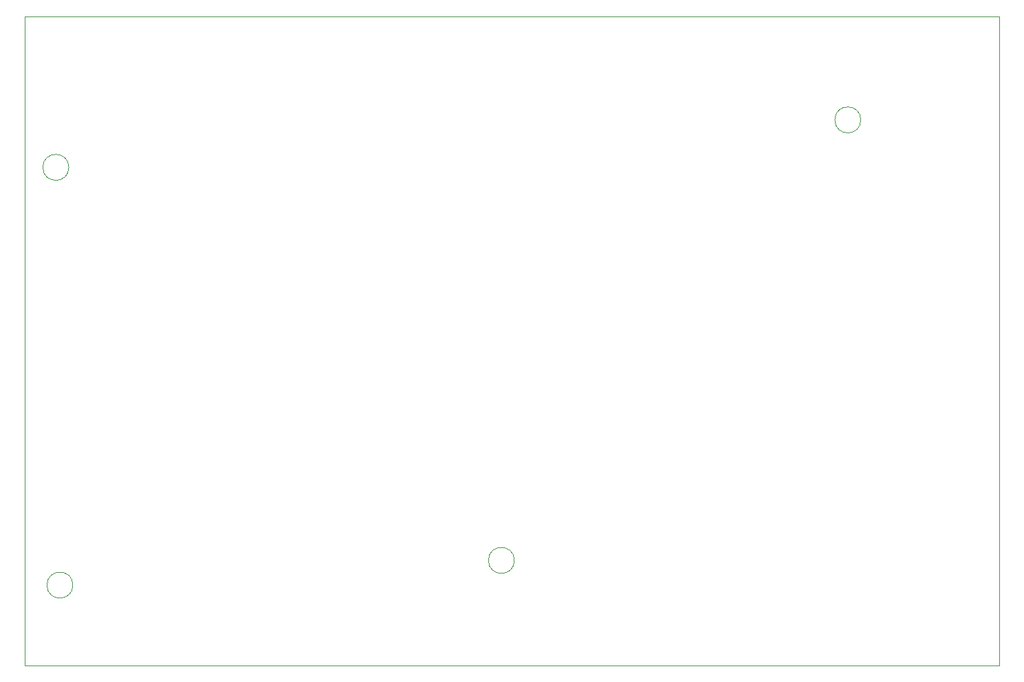
<source format=gbr>
%TF.GenerationSoftware,KiCad,Pcbnew,(6.0.5)*%
%TF.CreationDate,2024-01-23T17:13:34+09:00*%
%TF.ProjectId,ESP32_S2DevelopBoard,45535033-325f-4533-9244-6576656c6f70,rev?*%
%TF.SameCoordinates,Original*%
%TF.FileFunction,Profile,NP*%
%FSLAX46Y46*%
G04 Gerber Fmt 4.6, Leading zero omitted, Abs format (unit mm)*
G04 Created by KiCad (PCBNEW (6.0.5)) date 2024-01-23 17:13:34*
%MOMM*%
%LPD*%
G01*
G04 APERTURE LIST*
%TA.AperFunction,Profile*%
%ADD10C,0.100000*%
%TD*%
G04 APERTURE END LIST*
D10*
X189300000Y-74350000D02*
G75*
G03*
X189300000Y-74350000I-1600000J0D01*
G01*
X146650000Y-128650000D02*
G75*
G03*
X146650000Y-128650000I-1600000J0D01*
G01*
X91800000Y-80200000D02*
G75*
G03*
X91800000Y-80200000I-1600000J0D01*
G01*
X92300000Y-131700000D02*
G75*
G03*
X92300000Y-131700000I-1600000J0D01*
G01*
X86375000Y-61590000D02*
X206375000Y-61590000D01*
X206375000Y-61590000D02*
X206375000Y-141590000D01*
X206375000Y-141590000D02*
X86375000Y-141590000D01*
X86375000Y-141590000D02*
X86375000Y-61590000D01*
M02*

</source>
